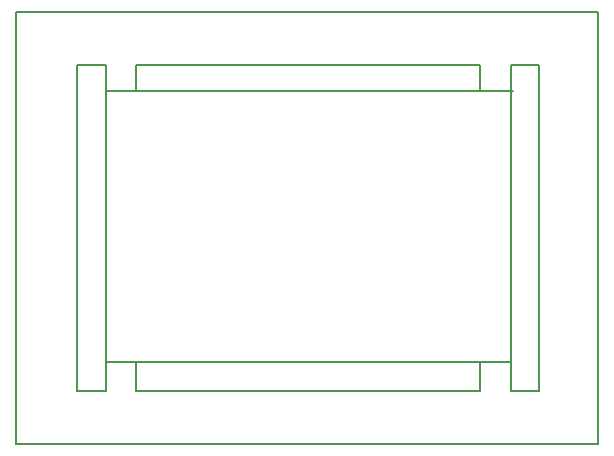
<source format=gbr>
G04 (created by PCBNEW (2013-07-07 BZR 4022)-stable) date 24/11/2015 00:30:32*
%MOIN*%
G04 Gerber Fmt 3.4, Leading zero omitted, Abs format*
%FSLAX34Y34*%
G01*
G70*
G90*
G04 APERTURE LIST*
%ADD10C,0.00590551*%
%ADD11C,0.0077*%
G04 APERTURE END LIST*
G54D10*
G54D11*
X75944Y-47519D02*
X75944Y-56574D01*
X62440Y-47519D02*
X62440Y-56574D01*
X76889Y-46653D02*
X76889Y-57519D01*
X63464Y-46653D02*
X74921Y-46653D01*
X61496Y-57519D02*
X61496Y-46653D01*
X74921Y-57519D02*
X63464Y-57519D01*
X62440Y-56574D02*
X75944Y-56574D01*
X59448Y-59291D02*
X78858Y-59291D01*
X59448Y-44881D02*
X59448Y-59291D01*
X78858Y-44881D02*
X59448Y-44881D01*
X78858Y-59291D02*
X78858Y-44881D01*
X62440Y-47519D02*
X76023Y-47519D01*
X61496Y-46653D02*
X62440Y-46653D01*
X62440Y-57519D02*
X61496Y-57519D01*
X76889Y-46653D02*
X75944Y-46653D01*
X75944Y-57519D02*
X76889Y-57519D01*
X75944Y-56574D02*
X75944Y-57519D01*
X62440Y-56574D02*
X62440Y-57519D01*
X63464Y-57519D02*
X63464Y-56574D01*
X62440Y-47519D02*
X62440Y-46653D01*
X63464Y-46653D02*
X63464Y-47519D01*
X74921Y-47519D02*
X74921Y-46653D01*
X75944Y-47519D02*
X75944Y-46653D01*
X74921Y-56574D02*
X74921Y-57519D01*
M02*

</source>
